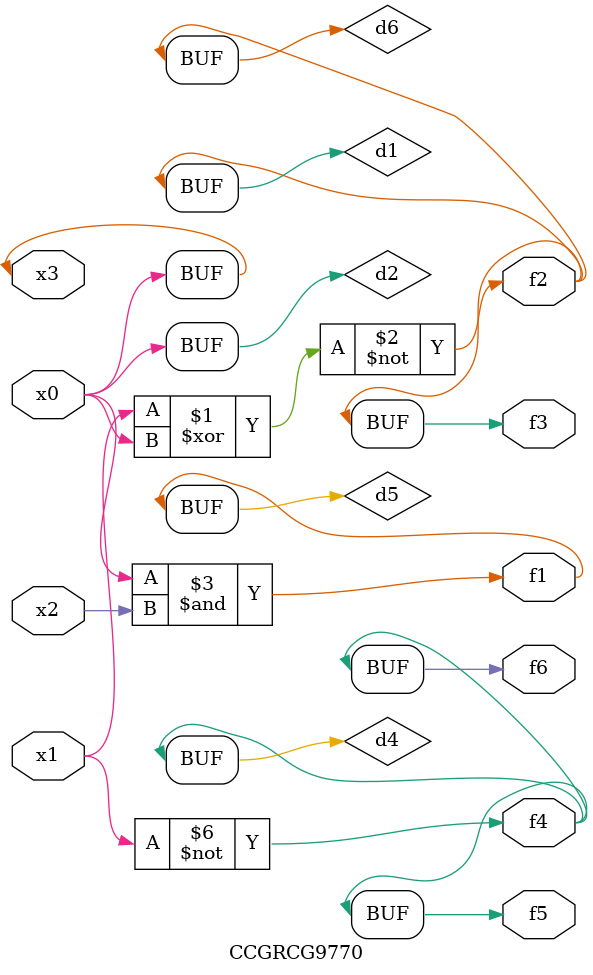
<source format=v>
module CCGRCG9770(
	input x0, x1, x2, x3,
	output f1, f2, f3, f4, f5, f6
);

	wire d1, d2, d3, d4, d5, d6;

	xnor (d1, x1, x3);
	buf (d2, x0, x3);
	nand (d3, x0, x2);
	not (d4, x1);
	nand (d5, d3);
	or (d6, d1);
	assign f1 = d5;
	assign f2 = d6;
	assign f3 = d6;
	assign f4 = d4;
	assign f5 = d4;
	assign f6 = d4;
endmodule

</source>
